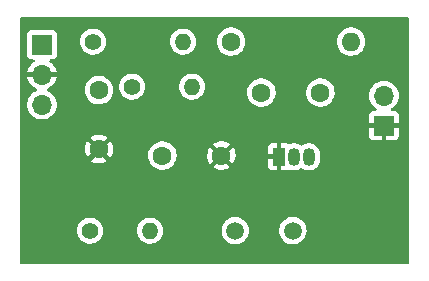
<source format=gbr>
%TF.GenerationSoftware,KiCad,Pcbnew,(6.0.4)*%
%TF.CreationDate,2022-07-15T22:26:08+03:00*%
%TF.ProjectId,Basic-150-MHz-Telemetry-Transmitter-THT,42617369-632d-4313-9530-2d4d487a2d54,rev?*%
%TF.SameCoordinates,Original*%
%TF.FileFunction,Copper,L2,Bot*%
%TF.FilePolarity,Positive*%
%FSLAX46Y46*%
G04 Gerber Fmt 4.6, Leading zero omitted, Abs format (unit mm)*
G04 Created by KiCad (PCBNEW (6.0.4)) date 2022-07-15 22:26:08*
%MOMM*%
%LPD*%
G01*
G04 APERTURE LIST*
%TA.AperFunction,ComponentPad*%
%ADD10C,1.600000*%
%TD*%
%TA.AperFunction,ComponentPad*%
%ADD11C,1.400000*%
%TD*%
%TA.AperFunction,ComponentPad*%
%ADD12O,1.400000X1.400000*%
%TD*%
%TA.AperFunction,ComponentPad*%
%ADD13R,1.700000X1.700000*%
%TD*%
%TA.AperFunction,ComponentPad*%
%ADD14O,1.700000X1.700000*%
%TD*%
%TA.AperFunction,ComponentPad*%
%ADD15C,1.500000*%
%TD*%
%TA.AperFunction,ComponentPad*%
%ADD16O,1.600000X1.600000*%
%TD*%
%TA.AperFunction,ComponentPad*%
%ADD17R,1.050000X1.500000*%
%TD*%
%TA.AperFunction,ComponentPad*%
%ADD18O,1.050000X1.500000*%
%TD*%
G04 APERTURE END LIST*
D10*
%TO.P,CP1,1*%
%TO.N,Net-(CP1-Pad1)*%
X64556000Y-108458000D03*
%TO.P,CP1,2*%
%TO.N,GND*%
X69556000Y-108458000D03*
%TD*%
D11*
%TO.P,RP1,1*%
%TO.N,Net-(C1-Pad2)*%
X61976000Y-102616000D03*
D12*
%TO.P,RP1,2*%
%TO.N,Net-(CP1-Pad1)*%
X67056000Y-102616000D03*
%TD*%
D11*
%TO.P,R1,1*%
%TO.N,data*%
X58420000Y-114808000D03*
D12*
%TO.P,R1,2*%
%TO.N,Net-(Q1-Pad2)*%
X63500000Y-114808000D03*
%TD*%
D10*
%TO.P,C2,1*%
%TO.N,Net-(C2-Pad1)*%
X77938000Y-103124000D03*
%TO.P,C2,2*%
%TO.N,Net-(C2-Pad2)*%
X72938000Y-103124000D03*
%TD*%
D13*
%TO.P,J2,1,Pin_1*%
%TO.N,GND*%
X83312000Y-105923000D03*
D14*
%TO.P,J2,2,Pin_2*%
%TO.N,Net-(C2-Pad1)*%
X83312000Y-103383000D03*
%TD*%
D15*
%TO.P,Y1,1,1*%
%TO.N,Net-(C2-Pad1)*%
X75602000Y-114808000D03*
%TO.P,Y1,2,2*%
%TO.N,Net-(Q1-Pad2)*%
X70722000Y-114808000D03*
%TD*%
D11*
%TO.P,L1,1,1*%
%TO.N,Net-(C1-Pad2)*%
X58674000Y-98806000D03*
D12*
%TO.P,L1,2,2*%
%TO.N,Net-(C2-Pad2)*%
X66294000Y-98806000D03*
%TD*%
D10*
%TO.P,L2,1,1*%
%TO.N,Net-(C2-Pad2)*%
X70358000Y-98806000D03*
D16*
%TO.P,L2,2,2*%
%TO.N,Net-(C2-Pad1)*%
X80518000Y-98806000D03*
%TD*%
D17*
%TO.P,Q1,1,E*%
%TO.N,GND*%
X74422000Y-108564000D03*
D18*
%TO.P,Q1,2,B*%
%TO.N,Net-(Q1-Pad2)*%
X75692000Y-108564000D03*
%TO.P,Q1,3,C*%
%TO.N,Net-(C2-Pad1)*%
X76962000Y-108564000D03*
%TD*%
D10*
%TO.P,C1,1*%
%TO.N,GND*%
X59182000Y-107910000D03*
%TO.P,C1,2*%
%TO.N,Net-(C1-Pad2)*%
X59182000Y-102910000D03*
%TD*%
D13*
%TO.P,J1,1,Pin_1*%
%TO.N,Net-(C1-Pad2)*%
X54356000Y-99060000D03*
D14*
%TO.P,J1,2,Pin_2*%
%TO.N,GND*%
X54356000Y-101600000D03*
%TO.P,J1,3,Pin_3*%
%TO.N,data*%
X54356000Y-104140000D03*
%TD*%
%TA.AperFunction,Conductor*%
%TO.N,GND*%
G36*
X85344539Y-96736185D02*
G01*
X85390294Y-96788989D01*
X85401500Y-96840500D01*
X85401500Y-117535500D01*
X85381815Y-117602539D01*
X85329011Y-117648294D01*
X85277500Y-117659500D01*
X52644500Y-117659500D01*
X52577461Y-117639815D01*
X52531706Y-117587011D01*
X52520500Y-117535500D01*
X52520500Y-114779069D01*
X57315164Y-114779069D01*
X57315535Y-114784731D01*
X57315535Y-114784735D01*
X57321088Y-114869458D01*
X57328392Y-114980894D01*
X57378178Y-115176928D01*
X57380554Y-115182082D01*
X57424753Y-115277955D01*
X57462856Y-115360607D01*
X57579588Y-115525780D01*
X57724466Y-115666913D01*
X57892637Y-115779282D01*
X58078470Y-115859122D01*
X58106069Y-115865367D01*
X58270193Y-115902505D01*
X58270195Y-115902505D01*
X58275740Y-115903760D01*
X58387049Y-115908133D01*
X58472161Y-115911477D01*
X58472163Y-115911477D01*
X58477842Y-115911700D01*
X58483462Y-115910885D01*
X58483465Y-115910885D01*
X58672387Y-115883493D01*
X58672389Y-115883493D01*
X58678007Y-115882678D01*
X58683384Y-115880853D01*
X58683387Y-115880852D01*
X58768090Y-115852099D01*
X58869531Y-115817664D01*
X59046001Y-115718837D01*
X59061512Y-115705937D01*
X59197138Y-115593137D01*
X59201505Y-115589505D01*
X59258364Y-115521140D01*
X59327206Y-115438367D01*
X59327207Y-115438366D01*
X59330837Y-115434001D01*
X59429664Y-115257531D01*
X59494678Y-115066007D01*
X59507840Y-114975228D01*
X59523176Y-114869458D01*
X59523176Y-114869453D01*
X59523700Y-114865842D01*
X59525215Y-114808000D01*
X59522557Y-114779069D01*
X62395164Y-114779069D01*
X62395535Y-114784731D01*
X62395535Y-114784735D01*
X62401088Y-114869458D01*
X62408392Y-114980894D01*
X62458178Y-115176928D01*
X62460554Y-115182082D01*
X62504753Y-115277955D01*
X62542856Y-115360607D01*
X62659588Y-115525780D01*
X62804466Y-115666913D01*
X62972637Y-115779282D01*
X63158470Y-115859122D01*
X63186069Y-115865367D01*
X63350193Y-115902505D01*
X63350195Y-115902505D01*
X63355740Y-115903760D01*
X63467049Y-115908133D01*
X63552161Y-115911477D01*
X63552163Y-115911477D01*
X63557842Y-115911700D01*
X63563462Y-115910885D01*
X63563465Y-115910885D01*
X63752387Y-115883493D01*
X63752389Y-115883493D01*
X63758007Y-115882678D01*
X63763384Y-115880853D01*
X63763387Y-115880852D01*
X63848090Y-115852099D01*
X63949531Y-115817664D01*
X64126001Y-115718837D01*
X64141512Y-115705937D01*
X64277138Y-115593137D01*
X64281505Y-115589505D01*
X64338364Y-115521140D01*
X64407206Y-115438367D01*
X64407207Y-115438366D01*
X64410837Y-115434001D01*
X64509664Y-115257531D01*
X64574678Y-115066007D01*
X64587840Y-114975228D01*
X64603176Y-114869458D01*
X64603176Y-114869453D01*
X64603700Y-114865842D01*
X64605215Y-114808000D01*
X64602436Y-114777754D01*
X69566967Y-114777754D01*
X69567338Y-114783416D01*
X69567338Y-114783420D01*
X69568949Y-114808000D01*
X69580796Y-114988749D01*
X69632845Y-115193690D01*
X69635219Y-115198841D01*
X69635221Y-115198845D01*
X69711933Y-115365245D01*
X69721369Y-115385714D01*
X69724647Y-115390352D01*
X69820358Y-115525780D01*
X69843405Y-115558391D01*
X69847476Y-115562357D01*
X69847477Y-115562358D01*
X69875344Y-115589505D01*
X69994865Y-115705937D01*
X69999588Y-115709093D01*
X69999592Y-115709096D01*
X70070663Y-115756584D01*
X70170677Y-115823411D01*
X70364953Y-115906878D01*
X70428283Y-115921208D01*
X70565638Y-115952289D01*
X70565642Y-115952290D01*
X70571186Y-115953544D01*
X70697651Y-115958513D01*
X70776789Y-115961623D01*
X70776791Y-115961623D01*
X70782470Y-115961846D01*
X70788090Y-115961031D01*
X70788092Y-115961031D01*
X70986103Y-115932320D01*
X70986104Y-115932320D01*
X70991730Y-115931504D01*
X71072805Y-115903983D01*
X71186565Y-115865367D01*
X71186568Y-115865366D01*
X71191955Y-115863537D01*
X71196916Y-115860759D01*
X71196922Y-115860756D01*
X71338392Y-115781528D01*
X71376442Y-115760219D01*
X71422864Y-115721611D01*
X71534645Y-115628644D01*
X71539012Y-115625012D01*
X71572175Y-115585138D01*
X71670584Y-115466813D01*
X71670585Y-115466811D01*
X71674219Y-115462442D01*
X71734138Y-115355449D01*
X71774756Y-115282922D01*
X71774759Y-115282916D01*
X71777537Y-115277955D01*
X71782787Y-115262491D01*
X71843675Y-115083118D01*
X71845504Y-115077730D01*
X71875846Y-114868470D01*
X71877429Y-114808000D01*
X71874650Y-114777754D01*
X74446967Y-114777754D01*
X74447338Y-114783416D01*
X74447338Y-114783420D01*
X74448949Y-114808000D01*
X74460796Y-114988749D01*
X74512845Y-115193690D01*
X74515219Y-115198841D01*
X74515221Y-115198845D01*
X74591933Y-115365245D01*
X74601369Y-115385714D01*
X74604647Y-115390352D01*
X74700358Y-115525780D01*
X74723405Y-115558391D01*
X74727476Y-115562357D01*
X74727477Y-115562358D01*
X74755344Y-115589505D01*
X74874865Y-115705937D01*
X74879588Y-115709093D01*
X74879592Y-115709096D01*
X74950663Y-115756584D01*
X75050677Y-115823411D01*
X75244953Y-115906878D01*
X75308283Y-115921208D01*
X75445638Y-115952289D01*
X75445642Y-115952290D01*
X75451186Y-115953544D01*
X75577651Y-115958513D01*
X75656789Y-115961623D01*
X75656791Y-115961623D01*
X75662470Y-115961846D01*
X75668090Y-115961031D01*
X75668092Y-115961031D01*
X75866103Y-115932320D01*
X75866104Y-115932320D01*
X75871730Y-115931504D01*
X75952805Y-115903983D01*
X76066565Y-115865367D01*
X76066568Y-115865366D01*
X76071955Y-115863537D01*
X76076916Y-115860759D01*
X76076922Y-115860756D01*
X76218392Y-115781528D01*
X76256442Y-115760219D01*
X76302864Y-115721611D01*
X76414645Y-115628644D01*
X76419012Y-115625012D01*
X76452175Y-115585138D01*
X76550584Y-115466813D01*
X76550585Y-115466811D01*
X76554219Y-115462442D01*
X76614138Y-115355449D01*
X76654756Y-115282922D01*
X76654759Y-115282916D01*
X76657537Y-115277955D01*
X76662787Y-115262491D01*
X76723675Y-115083118D01*
X76725504Y-115077730D01*
X76755846Y-114868470D01*
X76757429Y-114808000D01*
X76738081Y-114597440D01*
X76680686Y-114393931D01*
X76587165Y-114204290D01*
X76460651Y-114034867D01*
X76456481Y-114031012D01*
X76456478Y-114031009D01*
X76326600Y-113910952D01*
X76305381Y-113891337D01*
X76272090Y-113870332D01*
X76131363Y-113781539D01*
X76131361Y-113781538D01*
X76126554Y-113778505D01*
X75930160Y-113700152D01*
X75924579Y-113699042D01*
X75924576Y-113699041D01*
X75826467Y-113679526D01*
X75722775Y-113658901D01*
X75717088Y-113658827D01*
X75717083Y-113658826D01*
X75517034Y-113656207D01*
X75517029Y-113656207D01*
X75511346Y-113656133D01*
X75505742Y-113657096D01*
X75505741Y-113657096D01*
X75308550Y-113690979D01*
X75308547Y-113690980D01*
X75302953Y-113691941D01*
X75104575Y-113765127D01*
X75099697Y-113768029D01*
X75099695Y-113768030D01*
X74927740Y-113870332D01*
X74927737Y-113870334D01*
X74922856Y-113873238D01*
X74763881Y-114012655D01*
X74760362Y-114017119D01*
X74760359Y-114017122D01*
X74701731Y-114091492D01*
X74632976Y-114178708D01*
X74534523Y-114365836D01*
X74532837Y-114371267D01*
X74532835Y-114371271D01*
X74518511Y-114417403D01*
X74471820Y-114567773D01*
X74471152Y-114573418D01*
X74471151Y-114573422D01*
X74466555Y-114612254D01*
X74446967Y-114777754D01*
X71874650Y-114777754D01*
X71858081Y-114597440D01*
X71800686Y-114393931D01*
X71707165Y-114204290D01*
X71580651Y-114034867D01*
X71576481Y-114031012D01*
X71576478Y-114031009D01*
X71446600Y-113910952D01*
X71425381Y-113891337D01*
X71392090Y-113870332D01*
X71251363Y-113781539D01*
X71251361Y-113781538D01*
X71246554Y-113778505D01*
X71050160Y-113700152D01*
X71044579Y-113699042D01*
X71044576Y-113699041D01*
X70946467Y-113679526D01*
X70842775Y-113658901D01*
X70837088Y-113658827D01*
X70837083Y-113658826D01*
X70637034Y-113656207D01*
X70637029Y-113656207D01*
X70631346Y-113656133D01*
X70625742Y-113657096D01*
X70625741Y-113657096D01*
X70428550Y-113690979D01*
X70428547Y-113690980D01*
X70422953Y-113691941D01*
X70224575Y-113765127D01*
X70219697Y-113768029D01*
X70219695Y-113768030D01*
X70047740Y-113870332D01*
X70047737Y-113870334D01*
X70042856Y-113873238D01*
X69883881Y-114012655D01*
X69880362Y-114017119D01*
X69880359Y-114017122D01*
X69821731Y-114091492D01*
X69752976Y-114178708D01*
X69654523Y-114365836D01*
X69652837Y-114371267D01*
X69652835Y-114371271D01*
X69638511Y-114417403D01*
X69591820Y-114567773D01*
X69591152Y-114573418D01*
X69591151Y-114573422D01*
X69586555Y-114612254D01*
X69566967Y-114777754D01*
X64602436Y-114777754D01*
X64586708Y-114606591D01*
X64531807Y-114411926D01*
X64442351Y-114230527D01*
X64321335Y-114068467D01*
X64172812Y-113931174D01*
X64115792Y-113895197D01*
X64006566Y-113826280D01*
X64006564Y-113826279D01*
X64001757Y-113823246D01*
X63813898Y-113748298D01*
X63808317Y-113747188D01*
X63808314Y-113747187D01*
X63740373Y-113733673D01*
X63615526Y-113708839D01*
X63609839Y-113708765D01*
X63609834Y-113708764D01*
X63418975Y-113706266D01*
X63418970Y-113706266D01*
X63413286Y-113706192D01*
X63407682Y-113707155D01*
X63407681Y-113707155D01*
X63219546Y-113739482D01*
X63219543Y-113739483D01*
X63213949Y-113740444D01*
X63192660Y-113748298D01*
X63029521Y-113808483D01*
X63029517Y-113808485D01*
X63024193Y-113810449D01*
X63019310Y-113813354D01*
X63019308Y-113813355D01*
X62888232Y-113891337D01*
X62850371Y-113913862D01*
X62698305Y-114047220D01*
X62573089Y-114206057D01*
X62478914Y-114385053D01*
X62477229Y-114390479D01*
X62477228Y-114390482D01*
X62470570Y-114411926D01*
X62418937Y-114578213D01*
X62395164Y-114779069D01*
X59522557Y-114779069D01*
X59506708Y-114606591D01*
X59451807Y-114411926D01*
X59362351Y-114230527D01*
X59241335Y-114068467D01*
X59092812Y-113931174D01*
X59035792Y-113895197D01*
X58926566Y-113826280D01*
X58926564Y-113826279D01*
X58921757Y-113823246D01*
X58733898Y-113748298D01*
X58728317Y-113747188D01*
X58728314Y-113747187D01*
X58660373Y-113733673D01*
X58535526Y-113708839D01*
X58529839Y-113708765D01*
X58529834Y-113708764D01*
X58338975Y-113706266D01*
X58338970Y-113706266D01*
X58333286Y-113706192D01*
X58327682Y-113707155D01*
X58327681Y-113707155D01*
X58139546Y-113739482D01*
X58139543Y-113739483D01*
X58133949Y-113740444D01*
X58112660Y-113748298D01*
X57949521Y-113808483D01*
X57949517Y-113808485D01*
X57944193Y-113810449D01*
X57939310Y-113813354D01*
X57939308Y-113813355D01*
X57808232Y-113891337D01*
X57770371Y-113913862D01*
X57618305Y-114047220D01*
X57493089Y-114206057D01*
X57398914Y-114385053D01*
X57397229Y-114390479D01*
X57397228Y-114390482D01*
X57390570Y-114411926D01*
X57338937Y-114578213D01*
X57315164Y-114779069D01*
X52520500Y-114779069D01*
X52520500Y-108887062D01*
X58492850Y-108887062D01*
X58502575Y-108899353D01*
X58602226Y-108965939D01*
X58612184Y-108971345D01*
X58804366Y-109053912D01*
X58815138Y-109057412D01*
X59019151Y-109103576D01*
X59030381Y-109105054D01*
X59239391Y-109113266D01*
X59250695Y-109112674D01*
X59457715Y-109082658D01*
X59468715Y-109080017D01*
X59666789Y-109012779D01*
X59677140Y-109008171D01*
X59859634Y-108905968D01*
X59866569Y-108901203D01*
X59874358Y-108889605D01*
X59868284Y-108879127D01*
X59194607Y-108205450D01*
X59180887Y-108197958D01*
X59179081Y-108198087D01*
X59172574Y-108202269D01*
X58498946Y-108875897D01*
X58492850Y-108887062D01*
X52520500Y-108887062D01*
X52520500Y-107884126D01*
X57977644Y-107884126D01*
X57991325Y-108092860D01*
X57993094Y-108104030D01*
X58044587Y-108306783D01*
X58048360Y-108317439D01*
X58135939Y-108507412D01*
X58141595Y-108517208D01*
X58193564Y-108590743D01*
X58203986Y-108598999D01*
X58217074Y-108592083D01*
X58886550Y-107922607D01*
X58892826Y-107911113D01*
X59469958Y-107911113D01*
X59470087Y-107912919D01*
X59474269Y-107919426D01*
X60149983Y-108595140D01*
X60163078Y-108602290D01*
X60172481Y-108595620D01*
X60177968Y-108587634D01*
X60268242Y-108426440D01*
X63350770Y-108426440D01*
X63351141Y-108432102D01*
X63351141Y-108432106D01*
X63356974Y-108521098D01*
X63365200Y-108646604D01*
X63419511Y-108860452D01*
X63421887Y-108865606D01*
X63468142Y-108965939D01*
X63511883Y-109060821D01*
X63515161Y-109065459D01*
X63582916Y-109161330D01*
X63639222Y-109241002D01*
X63643293Y-109244968D01*
X63643294Y-109244969D01*
X63793190Y-109390993D01*
X63793195Y-109390997D01*
X63797264Y-109394961D01*
X63801987Y-109398117D01*
X63801991Y-109398120D01*
X63885574Y-109453968D01*
X63980717Y-109517540D01*
X64183436Y-109604635D01*
X64286769Y-109628017D01*
X64393085Y-109652074D01*
X64393087Y-109652074D01*
X64398632Y-109653329D01*
X64536457Y-109658744D01*
X64613418Y-109661768D01*
X64613420Y-109661768D01*
X64619098Y-109661991D01*
X64624718Y-109661176D01*
X64624721Y-109661176D01*
X64831826Y-109631147D01*
X64831829Y-109631146D01*
X64837452Y-109630331D01*
X64953020Y-109591101D01*
X65040989Y-109561240D01*
X65040992Y-109561239D01*
X65046379Y-109559410D01*
X65187160Y-109480569D01*
X65233931Y-109454376D01*
X65233932Y-109454375D01*
X65238884Y-109451602D01*
X65243408Y-109447840D01*
X65258772Y-109435062D01*
X68866850Y-109435062D01*
X68876575Y-109447353D01*
X68976226Y-109513939D01*
X68986184Y-109519345D01*
X69178366Y-109601912D01*
X69189138Y-109605412D01*
X69393151Y-109651576D01*
X69404381Y-109653054D01*
X69613391Y-109661266D01*
X69624695Y-109660674D01*
X69831715Y-109630658D01*
X69842715Y-109628017D01*
X70040789Y-109560779D01*
X70051140Y-109556171D01*
X70233634Y-109453968D01*
X70240569Y-109449203D01*
X70248358Y-109437605D01*
X70242284Y-109427127D01*
X70155766Y-109340609D01*
X73497001Y-109340609D01*
X73497763Y-109350289D01*
X73510309Y-109429513D01*
X73516264Y-109447840D01*
X73564929Y-109543350D01*
X73576261Y-109558947D01*
X73652053Y-109634739D01*
X73667650Y-109646071D01*
X73763155Y-109694734D01*
X73781495Y-109700692D01*
X73860697Y-109713236D01*
X73870399Y-109714000D01*
X74204170Y-109714000D01*
X74219169Y-109709596D01*
X74220356Y-109708226D01*
X74222000Y-109700668D01*
X74222000Y-109696169D01*
X74622000Y-109696169D01*
X74626404Y-109711168D01*
X74627774Y-109712355D01*
X74635332Y-109713999D01*
X74973609Y-109713999D01*
X74983289Y-109713237D01*
X75062513Y-109700691D01*
X75080840Y-109694736D01*
X75176349Y-109646072D01*
X75181213Y-109642538D01*
X75247020Y-109619058D01*
X75304533Y-109629576D01*
X75398486Y-109671406D01*
X75398494Y-109671409D01*
X75404429Y-109674051D01*
X75410791Y-109675403D01*
X75410790Y-109675403D01*
X75588363Y-109713148D01*
X75588368Y-109713148D01*
X75594726Y-109714500D01*
X75789274Y-109714500D01*
X75795632Y-109713148D01*
X75795637Y-109713148D01*
X75973210Y-109675403D01*
X75973209Y-109675403D01*
X75979571Y-109674051D01*
X76006659Y-109661991D01*
X76151363Y-109597565D01*
X76151364Y-109597564D01*
X76157299Y-109594922D01*
X76254115Y-109524581D01*
X76319921Y-109501101D01*
X76387975Y-109516926D01*
X76399885Y-109524581D01*
X76496701Y-109594922D01*
X76502636Y-109597564D01*
X76502637Y-109597565D01*
X76647342Y-109661991D01*
X76674429Y-109674051D01*
X76680791Y-109675403D01*
X76680790Y-109675403D01*
X76858363Y-109713148D01*
X76858368Y-109713148D01*
X76864726Y-109714500D01*
X77059274Y-109714500D01*
X77065632Y-109713148D01*
X77065637Y-109713148D01*
X77243210Y-109675403D01*
X77243209Y-109675403D01*
X77249571Y-109674051D01*
X77276659Y-109661991D01*
X77421363Y-109597565D01*
X77421364Y-109597564D01*
X77427299Y-109594922D01*
X77584692Y-109480569D01*
X77630663Y-109429513D01*
X77710523Y-109340820D01*
X77710524Y-109340819D01*
X77714870Y-109335992D01*
X77812144Y-109167508D01*
X77872262Y-108982482D01*
X77887500Y-108837504D01*
X77887500Y-108290496D01*
X77872262Y-108145518D01*
X77812144Y-107960492D01*
X77714870Y-107792008D01*
X77600582Y-107665078D01*
X77589041Y-107652261D01*
X77584692Y-107647431D01*
X77558072Y-107628090D01*
X77432558Y-107536899D01*
X77432559Y-107536899D01*
X77427299Y-107533078D01*
X77349554Y-107498464D01*
X77255510Y-107456593D01*
X77255508Y-107456592D01*
X77249571Y-107453949D01*
X77201749Y-107443784D01*
X77065637Y-107414852D01*
X77065632Y-107414852D01*
X77059274Y-107413500D01*
X76864726Y-107413500D01*
X76858368Y-107414852D01*
X76858363Y-107414852D01*
X76722251Y-107443784D01*
X76674429Y-107453949D01*
X76668492Y-107456592D01*
X76668490Y-107456593D01*
X76574446Y-107498464D01*
X76496701Y-107533078D01*
X76491441Y-107536899D01*
X76491442Y-107536899D01*
X76399885Y-107603419D01*
X76334079Y-107626899D01*
X76266025Y-107611074D01*
X76254115Y-107603419D01*
X76162558Y-107536899D01*
X76162559Y-107536899D01*
X76157299Y-107533078D01*
X76079554Y-107498464D01*
X75985510Y-107456593D01*
X75985508Y-107456592D01*
X75979571Y-107453949D01*
X75931749Y-107443784D01*
X75795637Y-107414852D01*
X75795632Y-107414852D01*
X75789274Y-107413500D01*
X75594726Y-107413500D01*
X75588368Y-107414852D01*
X75588363Y-107414852D01*
X75452251Y-107443784D01*
X75404429Y-107453949D01*
X75398494Y-107456591D01*
X75398486Y-107456594D01*
X75304533Y-107498424D01*
X75235283Y-107507708D01*
X75181213Y-107485462D01*
X75176349Y-107481928D01*
X75080845Y-107433266D01*
X75062505Y-107427308D01*
X74983303Y-107414764D01*
X74973601Y-107414000D01*
X74639830Y-107414000D01*
X74624831Y-107418404D01*
X74623644Y-107419774D01*
X74622000Y-107427332D01*
X74622000Y-109696169D01*
X74222000Y-109696169D01*
X74222000Y-108781830D01*
X74217596Y-108766831D01*
X74216226Y-108765644D01*
X74208668Y-108764000D01*
X73514831Y-108764000D01*
X73499832Y-108768404D01*
X73498645Y-108769774D01*
X73497001Y-108777332D01*
X73497001Y-109340609D01*
X70155766Y-109340609D01*
X69568607Y-108753450D01*
X69554887Y-108745958D01*
X69553081Y-108746087D01*
X69546574Y-108750269D01*
X68872946Y-109423897D01*
X68866850Y-109435062D01*
X65258772Y-109435062D01*
X65404151Y-109314150D01*
X65408518Y-109310518D01*
X65466334Y-109241002D01*
X65545971Y-109145250D01*
X65545972Y-109145249D01*
X65549602Y-109140884D01*
X65565401Y-109112674D01*
X65654631Y-108953341D01*
X65657410Y-108948379D01*
X65689182Y-108854783D01*
X65696147Y-108834262D01*
X65728331Y-108739452D01*
X65759991Y-108521098D01*
X65761643Y-108458000D01*
X65759265Y-108432126D01*
X68351644Y-108432126D01*
X68365325Y-108640860D01*
X68367094Y-108652030D01*
X68418587Y-108854783D01*
X68422360Y-108865439D01*
X68509939Y-109055412D01*
X68515595Y-109065208D01*
X68567564Y-109138743D01*
X68577986Y-109146999D01*
X68591074Y-109140083D01*
X69260550Y-108470607D01*
X69266826Y-108459113D01*
X69843958Y-108459113D01*
X69844087Y-108460919D01*
X69848269Y-108467426D01*
X70523983Y-109143140D01*
X70537078Y-109150290D01*
X70546481Y-109143620D01*
X70551968Y-109135634D01*
X70654171Y-108953140D01*
X70658779Y-108942789D01*
X70726017Y-108744715D01*
X70728658Y-108733715D01*
X70758965Y-108524688D01*
X70759585Y-108517414D01*
X70761045Y-108461661D01*
X70760806Y-108454359D01*
X70750865Y-108346170D01*
X73497000Y-108346170D01*
X73501404Y-108361169D01*
X73502774Y-108362356D01*
X73510332Y-108364000D01*
X74204170Y-108364000D01*
X74219169Y-108359596D01*
X74220356Y-108358226D01*
X74222000Y-108350668D01*
X74222000Y-107431831D01*
X74217596Y-107416832D01*
X74216226Y-107415645D01*
X74208668Y-107414001D01*
X73870391Y-107414001D01*
X73860711Y-107414763D01*
X73781487Y-107427309D01*
X73763160Y-107433264D01*
X73667650Y-107481929D01*
X73652053Y-107493261D01*
X73576261Y-107569053D01*
X73564929Y-107584650D01*
X73516266Y-107680155D01*
X73510308Y-107698495D01*
X73497764Y-107777697D01*
X73497000Y-107787399D01*
X73497000Y-108346170D01*
X70750865Y-108346170D01*
X70741481Y-108244040D01*
X70739417Y-108232907D01*
X70682639Y-108031588D01*
X70678582Y-108021017D01*
X70586067Y-107833416D01*
X70580150Y-107823760D01*
X70545046Y-107776751D01*
X70533965Y-107768435D01*
X70521744Y-107775099D01*
X69851450Y-108445393D01*
X69843958Y-108459113D01*
X69266826Y-108459113D01*
X69268042Y-108456887D01*
X69267913Y-108455081D01*
X69263731Y-108448574D01*
X68589412Y-107774255D01*
X68576777Y-107767356D01*
X68566258Y-107775027D01*
X68548804Y-107797168D01*
X68542637Y-107806664D01*
X68445241Y-107991784D01*
X68440908Y-108002245D01*
X68378880Y-108202007D01*
X68376526Y-108213078D01*
X68351940Y-108420807D01*
X68351644Y-108432126D01*
X65759265Y-108432126D01*
X65741454Y-108238289D01*
X65681565Y-108025936D01*
X65583980Y-107828053D01*
X65451967Y-107651267D01*
X65289949Y-107501499D01*
X65285139Y-107498464D01*
X65252739Y-107478021D01*
X68863687Y-107478021D01*
X68867117Y-107486274D01*
X69543393Y-108162550D01*
X69557113Y-108170042D01*
X69558919Y-108169913D01*
X69565426Y-108165731D01*
X70240013Y-107491144D01*
X70246664Y-107478963D01*
X70240729Y-107471034D01*
X70107932Y-107387246D01*
X70097841Y-107382105D01*
X69903567Y-107304597D01*
X69892695Y-107301376D01*
X69687556Y-107260572D01*
X69676280Y-107259386D01*
X69467135Y-107256648D01*
X69455841Y-107257537D01*
X69249690Y-107292960D01*
X69238754Y-107295891D01*
X69042505Y-107368290D01*
X69032287Y-107373164D01*
X68873133Y-107467851D01*
X68863687Y-107478021D01*
X65252739Y-107478021D01*
X65108159Y-107386798D01*
X65108157Y-107386797D01*
X65103350Y-107383764D01*
X64898421Y-107302006D01*
X64892840Y-107300896D01*
X64892837Y-107300895D01*
X64766473Y-107275760D01*
X64682024Y-107258962D01*
X64676337Y-107258888D01*
X64676332Y-107258887D01*
X64467095Y-107256148D01*
X64467090Y-107256148D01*
X64461406Y-107256074D01*
X64455802Y-107257037D01*
X64455801Y-107257037D01*
X64249560Y-107292475D01*
X64249557Y-107292476D01*
X64243957Y-107293438D01*
X64036957Y-107369804D01*
X64008393Y-107386798D01*
X63891077Y-107456594D01*
X63847341Y-107482614D01*
X63681457Y-107628090D01*
X63544863Y-107801360D01*
X63542216Y-107806391D01*
X63486169Y-107912919D01*
X63442131Y-107996620D01*
X63440443Y-108002055D01*
X63440443Y-108002056D01*
X63433028Y-108025936D01*
X63376703Y-108207333D01*
X63376035Y-108212978D01*
X63376034Y-108212982D01*
X63358495Y-108361169D01*
X63350770Y-108426440D01*
X60268242Y-108426440D01*
X60280171Y-108405140D01*
X60284779Y-108394789D01*
X60352017Y-108196715D01*
X60354658Y-108185715D01*
X60384965Y-107976688D01*
X60385585Y-107969414D01*
X60387045Y-107913661D01*
X60386806Y-107906359D01*
X60367481Y-107696040D01*
X60365417Y-107684907D01*
X60308639Y-107483588D01*
X60304582Y-107473017D01*
X60212067Y-107285416D01*
X60206150Y-107275760D01*
X60171046Y-107228751D01*
X60159965Y-107220435D01*
X60147744Y-107227099D01*
X59477450Y-107897393D01*
X59469958Y-107911113D01*
X58892826Y-107911113D01*
X58894042Y-107908887D01*
X58893913Y-107907081D01*
X58889731Y-107900574D01*
X58215412Y-107226255D01*
X58202777Y-107219356D01*
X58192258Y-107227027D01*
X58174804Y-107249168D01*
X58168637Y-107258664D01*
X58071241Y-107443784D01*
X58066908Y-107454245D01*
X58004880Y-107654007D01*
X58002526Y-107665078D01*
X57977940Y-107872807D01*
X57977644Y-107884126D01*
X52520500Y-107884126D01*
X52520500Y-106930021D01*
X58489687Y-106930021D01*
X58493117Y-106938274D01*
X59169393Y-107614550D01*
X59183113Y-107622042D01*
X59184919Y-107621913D01*
X59191426Y-107617731D01*
X59866013Y-106943144D01*
X59872664Y-106930963D01*
X59866729Y-106923034D01*
X59733932Y-106839246D01*
X59723841Y-106834105D01*
X59637377Y-106799609D01*
X82062001Y-106799609D01*
X82062763Y-106809289D01*
X82075309Y-106888513D01*
X82081264Y-106906840D01*
X82129929Y-107002350D01*
X82141261Y-107017947D01*
X82217053Y-107093739D01*
X82232650Y-107105071D01*
X82328155Y-107153734D01*
X82346495Y-107159692D01*
X82425697Y-107172236D01*
X82435399Y-107173000D01*
X83094170Y-107173000D01*
X83109169Y-107168596D01*
X83110356Y-107167226D01*
X83112000Y-107159668D01*
X83112000Y-107155169D01*
X83512000Y-107155169D01*
X83516404Y-107170168D01*
X83517774Y-107171355D01*
X83525332Y-107172999D01*
X84188609Y-107172999D01*
X84198289Y-107172237D01*
X84277513Y-107159691D01*
X84295840Y-107153736D01*
X84391350Y-107105071D01*
X84406947Y-107093739D01*
X84482739Y-107017947D01*
X84494071Y-107002350D01*
X84542734Y-106906845D01*
X84548692Y-106888505D01*
X84561236Y-106809303D01*
X84562000Y-106799601D01*
X84562000Y-106140830D01*
X84557596Y-106125831D01*
X84556226Y-106124644D01*
X84548668Y-106123000D01*
X83529830Y-106123000D01*
X83514831Y-106127404D01*
X83513644Y-106128774D01*
X83512000Y-106136332D01*
X83512000Y-107155169D01*
X83112000Y-107155169D01*
X83112000Y-106140830D01*
X83107596Y-106125831D01*
X83106226Y-106124644D01*
X83098668Y-106123000D01*
X82079831Y-106123000D01*
X82064832Y-106127404D01*
X82063645Y-106128774D01*
X82062001Y-106136332D01*
X82062001Y-106799609D01*
X59637377Y-106799609D01*
X59529567Y-106756597D01*
X59518695Y-106753376D01*
X59313556Y-106712572D01*
X59302280Y-106711386D01*
X59093135Y-106708648D01*
X59081841Y-106709537D01*
X58875690Y-106744960D01*
X58864754Y-106747891D01*
X58668505Y-106820290D01*
X58658287Y-106825164D01*
X58499133Y-106919851D01*
X58489687Y-106930021D01*
X52520500Y-106930021D01*
X52520500Y-104140000D01*
X53100723Y-104140000D01*
X53119793Y-104357977D01*
X53121195Y-104363209D01*
X53158385Y-104502003D01*
X53176425Y-104569330D01*
X53268898Y-104767638D01*
X53272005Y-104772075D01*
X53272006Y-104772077D01*
X53391296Y-104942442D01*
X53391300Y-104942446D01*
X53394402Y-104946877D01*
X53549123Y-105101598D01*
X53728361Y-105227102D01*
X53926670Y-105319575D01*
X53931893Y-105320974D01*
X53931897Y-105320976D01*
X54098901Y-105365724D01*
X54138023Y-105376207D01*
X54356000Y-105395277D01*
X54573977Y-105376207D01*
X54613099Y-105365724D01*
X54780103Y-105320976D01*
X54780107Y-105320974D01*
X54785330Y-105319575D01*
X54983639Y-105227102D01*
X55162877Y-105101598D01*
X55317598Y-104946877D01*
X55320700Y-104942446D01*
X55320704Y-104942442D01*
X55439994Y-104772077D01*
X55439995Y-104772075D01*
X55443102Y-104767638D01*
X55535575Y-104569330D01*
X55553616Y-104502003D01*
X55590805Y-104363209D01*
X55592207Y-104357977D01*
X55611277Y-104140000D01*
X55592207Y-103922023D01*
X55571031Y-103842993D01*
X55536976Y-103715897D01*
X55536974Y-103715893D01*
X55535575Y-103710670D01*
X55443102Y-103512362D01*
X55414102Y-103470945D01*
X55320704Y-103337558D01*
X55320700Y-103337554D01*
X55317598Y-103333123D01*
X55162877Y-103178402D01*
X54983639Y-103052898D01*
X54831825Y-102982106D01*
X54779386Y-102935934D01*
X54762999Y-102878440D01*
X57976770Y-102878440D01*
X57977141Y-102884102D01*
X57977141Y-102884106D01*
X57982974Y-102973098D01*
X57991200Y-103098604D01*
X58045511Y-103312452D01*
X58047887Y-103317606D01*
X58055041Y-103333123D01*
X58137883Y-103512821D01*
X58147789Y-103526837D01*
X58247819Y-103668377D01*
X58265222Y-103693002D01*
X58269293Y-103696968D01*
X58269294Y-103696969D01*
X58419190Y-103842993D01*
X58419195Y-103842997D01*
X58423264Y-103846961D01*
X58427987Y-103850117D01*
X58427991Y-103850120D01*
X58512185Y-103906376D01*
X58606717Y-103969540D01*
X58809436Y-104056635D01*
X58842515Y-104064120D01*
X59019085Y-104104074D01*
X59019087Y-104104074D01*
X59024632Y-104105329D01*
X59162457Y-104110744D01*
X59239418Y-104113768D01*
X59239420Y-104113768D01*
X59245098Y-104113991D01*
X59250718Y-104113176D01*
X59250721Y-104113176D01*
X59457826Y-104083147D01*
X59457829Y-104083146D01*
X59463452Y-104082331D01*
X59570477Y-104046001D01*
X59666989Y-104013240D01*
X59666992Y-104013239D01*
X59672379Y-104011410D01*
X59757576Y-103963698D01*
X59859931Y-103906376D01*
X59859932Y-103906375D01*
X59864884Y-103903602D01*
X60034518Y-103762518D01*
X60095786Y-103688852D01*
X60171971Y-103597250D01*
X60171972Y-103597249D01*
X60175602Y-103592884D01*
X60220697Y-103512362D01*
X60280631Y-103405341D01*
X60283410Y-103400379D01*
X60289310Y-103383000D01*
X60352502Y-103196839D01*
X60354331Y-103191452D01*
X60356674Y-103175297D01*
X60374752Y-103050612D01*
X60385991Y-102973098D01*
X60387643Y-102910000D01*
X60367454Y-102690289D01*
X60338343Y-102587069D01*
X60871164Y-102587069D01*
X60871535Y-102592731D01*
X60871535Y-102592735D01*
X60876851Y-102673842D01*
X60884392Y-102788894D01*
X60934178Y-102984928D01*
X61018856Y-103168607D01*
X61135588Y-103333780D01*
X61280466Y-103474913D01*
X61448637Y-103587282D01*
X61634470Y-103667122D01*
X61728341Y-103688363D01*
X61826193Y-103710505D01*
X61826195Y-103710505D01*
X61831740Y-103711760D01*
X61937042Y-103715897D01*
X62028161Y-103719477D01*
X62028163Y-103719477D01*
X62033842Y-103719700D01*
X62039462Y-103718885D01*
X62039465Y-103718885D01*
X62228387Y-103691493D01*
X62228389Y-103691493D01*
X62234007Y-103690678D01*
X62239384Y-103688853D01*
X62239387Y-103688852D01*
X62324090Y-103660099D01*
X62425531Y-103625664D01*
X62526897Y-103568897D01*
X62597048Y-103529611D01*
X62597050Y-103529610D01*
X62602001Y-103526837D01*
X62613501Y-103517273D01*
X62753138Y-103401137D01*
X62757505Y-103397505D01*
X62886837Y-103242001D01*
X62920310Y-103182231D01*
X62982886Y-103070491D01*
X62985664Y-103065531D01*
X63029095Y-102937589D01*
X63048852Y-102879387D01*
X63048853Y-102879384D01*
X63050678Y-102874007D01*
X63051493Y-102868387D01*
X63079176Y-102677458D01*
X63079176Y-102677453D01*
X63079700Y-102673842D01*
X63081215Y-102616000D01*
X63078557Y-102587069D01*
X65951164Y-102587069D01*
X65951535Y-102592731D01*
X65951535Y-102592735D01*
X65956851Y-102673842D01*
X65964392Y-102788894D01*
X66014178Y-102984928D01*
X66098856Y-103168607D01*
X66215588Y-103333780D01*
X66360466Y-103474913D01*
X66528637Y-103587282D01*
X66714470Y-103667122D01*
X66808341Y-103688363D01*
X66906193Y-103710505D01*
X66906195Y-103710505D01*
X66911740Y-103711760D01*
X67017042Y-103715897D01*
X67108161Y-103719477D01*
X67108163Y-103719477D01*
X67113842Y-103719700D01*
X67119462Y-103718885D01*
X67119465Y-103718885D01*
X67308387Y-103691493D01*
X67308389Y-103691493D01*
X67314007Y-103690678D01*
X67319384Y-103688853D01*
X67319387Y-103688852D01*
X67404090Y-103660099D01*
X67505531Y-103625664D01*
X67606897Y-103568897D01*
X67677048Y-103529611D01*
X67677050Y-103529610D01*
X67682001Y-103526837D01*
X67693501Y-103517273D01*
X67833138Y-103401137D01*
X67837505Y-103397505D01*
X67966837Y-103242001D01*
X68000310Y-103182231D01*
X68050594Y-103092440D01*
X71732770Y-103092440D01*
X71733141Y-103098102D01*
X71733141Y-103098106D01*
X71738891Y-103185826D01*
X71747200Y-103312604D01*
X71801511Y-103526452D01*
X71803887Y-103531606D01*
X71887043Y-103711983D01*
X71893883Y-103726821D01*
X71897161Y-103731459D01*
X71954315Y-103812330D01*
X72021222Y-103907002D01*
X72025293Y-103910968D01*
X72025294Y-103910969D01*
X72175190Y-104056993D01*
X72175195Y-104056997D01*
X72179264Y-104060961D01*
X72183987Y-104064117D01*
X72183991Y-104064120D01*
X72268185Y-104120376D01*
X72362717Y-104183540D01*
X72565436Y-104270635D01*
X72670913Y-104294502D01*
X72775085Y-104318074D01*
X72775087Y-104318074D01*
X72780632Y-104319329D01*
X72918457Y-104324744D01*
X72995418Y-104327768D01*
X72995420Y-104327768D01*
X73001098Y-104327991D01*
X73006718Y-104327176D01*
X73006721Y-104327176D01*
X73213826Y-104297147D01*
X73213829Y-104297146D01*
X73219452Y-104296331D01*
X73326477Y-104260001D01*
X73422989Y-104227240D01*
X73422992Y-104227239D01*
X73428379Y-104225410D01*
X73620884Y-104117602D01*
X73635373Y-104105552D01*
X73786151Y-103980150D01*
X73790518Y-103976518D01*
X73851162Y-103903602D01*
X73927971Y-103811250D01*
X73927972Y-103811249D01*
X73931602Y-103806884D01*
X74039410Y-103614379D01*
X74042184Y-103606209D01*
X74075635Y-103507663D01*
X74110331Y-103405452D01*
X74111484Y-103397505D01*
X74134030Y-103242001D01*
X74141991Y-103187098D01*
X74143643Y-103124000D01*
X74140743Y-103092440D01*
X76732770Y-103092440D01*
X76733141Y-103098102D01*
X76733141Y-103098106D01*
X76738891Y-103185826D01*
X76747200Y-103312604D01*
X76801511Y-103526452D01*
X76803887Y-103531606D01*
X76887043Y-103711983D01*
X76893883Y-103726821D01*
X76897161Y-103731459D01*
X76954315Y-103812330D01*
X77021222Y-103907002D01*
X77025293Y-103910968D01*
X77025294Y-103910969D01*
X77175190Y-104056993D01*
X77175195Y-104056997D01*
X77179264Y-104060961D01*
X77183987Y-104064117D01*
X77183991Y-104064120D01*
X77268185Y-104120376D01*
X77362717Y-104183540D01*
X77565436Y-104270635D01*
X77670913Y-104294502D01*
X77775085Y-104318074D01*
X77775087Y-104318074D01*
X77780632Y-104319329D01*
X77918457Y-104324744D01*
X77995418Y-104327768D01*
X77995420Y-104327768D01*
X78001098Y-104327991D01*
X78006718Y-104327176D01*
X78006721Y-104327176D01*
X78213826Y-104297147D01*
X78213829Y-104297146D01*
X78219452Y-104296331D01*
X78326477Y-104260001D01*
X78422989Y-104227240D01*
X78422992Y-104227239D01*
X78428379Y-104225410D01*
X78620884Y-104117602D01*
X78635373Y-104105552D01*
X78786151Y-103980150D01*
X78790518Y-103976518D01*
X78851162Y-103903602D01*
X78927971Y-103811250D01*
X78927972Y-103811249D01*
X78931602Y-103806884D01*
X79039410Y-103614379D01*
X79042184Y-103606209D01*
X79075635Y-103507663D01*
X79110331Y-103405452D01*
X79111484Y-103397505D01*
X79113587Y-103383000D01*
X82056723Y-103383000D01*
X82075793Y-103600977D01*
X82077195Y-103606209D01*
X82130966Y-103806884D01*
X82132425Y-103812330D01*
X82224898Y-104010638D01*
X82228005Y-104015075D01*
X82228006Y-104015077D01*
X82347296Y-104185442D01*
X82347300Y-104185446D01*
X82350402Y-104189877D01*
X82505123Y-104344598D01*
X82598277Y-104409825D01*
X82651976Y-104447426D01*
X82695600Y-104502003D01*
X82702793Y-104571502D01*
X82671271Y-104633856D01*
X82611041Y-104669270D01*
X82580852Y-104673001D01*
X82435391Y-104673001D01*
X82425711Y-104673763D01*
X82346487Y-104686309D01*
X82328160Y-104692264D01*
X82232650Y-104740929D01*
X82217053Y-104752261D01*
X82141261Y-104828053D01*
X82129929Y-104843650D01*
X82081266Y-104939155D01*
X82075308Y-104957495D01*
X82062764Y-105036697D01*
X82062000Y-105046399D01*
X82062000Y-105705170D01*
X82066404Y-105720169D01*
X82067774Y-105721356D01*
X82075332Y-105723000D01*
X84544169Y-105723000D01*
X84559168Y-105718596D01*
X84560355Y-105717226D01*
X84561999Y-105709668D01*
X84561999Y-105046391D01*
X84561237Y-105036711D01*
X84548691Y-104957487D01*
X84542736Y-104939160D01*
X84494071Y-104843650D01*
X84482739Y-104828053D01*
X84406947Y-104752261D01*
X84391350Y-104740929D01*
X84295845Y-104692266D01*
X84277505Y-104686308D01*
X84198303Y-104673764D01*
X84188601Y-104673000D01*
X84043149Y-104673000D01*
X83976110Y-104653315D01*
X83930355Y-104600511D01*
X83920411Y-104531353D01*
X83949436Y-104467797D01*
X83972025Y-104447425D01*
X84118877Y-104344598D01*
X84273598Y-104189877D01*
X84276700Y-104185446D01*
X84276704Y-104185442D01*
X84395994Y-104015077D01*
X84395995Y-104015075D01*
X84399102Y-104010638D01*
X84491575Y-103812330D01*
X84493035Y-103806884D01*
X84546805Y-103606209D01*
X84548207Y-103600977D01*
X84567277Y-103383000D01*
X84548207Y-103165023D01*
X84499951Y-102984928D01*
X84492976Y-102958897D01*
X84492974Y-102958893D01*
X84491575Y-102953670D01*
X84399102Y-102755362D01*
X84395994Y-102750923D01*
X84276704Y-102580558D01*
X84276700Y-102580554D01*
X84273598Y-102576123D01*
X84118877Y-102421402D01*
X83939639Y-102295898D01*
X83741330Y-102203425D01*
X83736107Y-102202026D01*
X83736103Y-102202024D01*
X83535209Y-102148195D01*
X83535210Y-102148195D01*
X83529977Y-102146793D01*
X83312000Y-102127723D01*
X83094023Y-102146793D01*
X83088790Y-102148195D01*
X83088791Y-102148195D01*
X82887897Y-102202024D01*
X82887893Y-102202026D01*
X82882670Y-102203425D01*
X82684362Y-102295898D01*
X82679925Y-102299005D01*
X82679923Y-102299006D01*
X82509558Y-102418296D01*
X82509557Y-102418297D01*
X82505123Y-102421402D01*
X82350402Y-102576123D01*
X82347300Y-102580554D01*
X82347296Y-102580558D01*
X82228006Y-102750923D01*
X82224898Y-102755362D01*
X82132425Y-102953670D01*
X82131026Y-102958893D01*
X82131024Y-102958897D01*
X82124049Y-102984928D01*
X82075793Y-103165023D01*
X82056723Y-103383000D01*
X79113587Y-103383000D01*
X79134030Y-103242001D01*
X79141991Y-103187098D01*
X79143643Y-103124000D01*
X79123454Y-102904289D01*
X79063565Y-102691936D01*
X78965980Y-102494053D01*
X78833967Y-102317267D01*
X78671949Y-102167499D01*
X78577373Y-102107826D01*
X78490159Y-102052798D01*
X78490157Y-102052797D01*
X78485350Y-102049764D01*
X78280421Y-101968006D01*
X78274840Y-101966896D01*
X78274837Y-101966895D01*
X78131405Y-101938365D01*
X78064024Y-101924962D01*
X78058337Y-101924888D01*
X78058332Y-101924887D01*
X77849095Y-101922148D01*
X77849090Y-101922148D01*
X77843406Y-101922074D01*
X77837802Y-101923037D01*
X77837801Y-101923037D01*
X77631560Y-101958475D01*
X77631557Y-101958476D01*
X77625957Y-101959438D01*
X77418957Y-102035804D01*
X77390393Y-102052798D01*
X77264456Y-102127723D01*
X77229341Y-102148614D01*
X77063457Y-102294090D01*
X76926863Y-102467360D01*
X76924216Y-102472391D01*
X76860900Y-102592735D01*
X76824131Y-102662620D01*
X76822443Y-102668055D01*
X76822443Y-102668056D01*
X76815028Y-102691936D01*
X76758703Y-102873333D01*
X76758035Y-102878978D01*
X76758034Y-102878982D01*
X76751098Y-102937589D01*
X76732770Y-103092440D01*
X74140743Y-103092440D01*
X74123454Y-102904289D01*
X74063565Y-102691936D01*
X73965980Y-102494053D01*
X73833967Y-102317267D01*
X73671949Y-102167499D01*
X73577373Y-102107826D01*
X73490159Y-102052798D01*
X73490157Y-102052797D01*
X73485350Y-102049764D01*
X73280421Y-101968006D01*
X73274840Y-101966896D01*
X73274837Y-101966895D01*
X73131405Y-101938365D01*
X73064024Y-101924962D01*
X73058337Y-101924888D01*
X73058332Y-101924887D01*
X72849095Y-101922148D01*
X72849090Y-101922148D01*
X72843406Y-101922074D01*
X72837802Y-101923037D01*
X72837801Y-101923037D01*
X72631560Y-101958475D01*
X72631557Y-101958476D01*
X72625957Y-101959438D01*
X72418957Y-102035804D01*
X72390393Y-102052798D01*
X72264456Y-102127723D01*
X72229341Y-102148614D01*
X72063457Y-102294090D01*
X71926863Y-102467360D01*
X71924216Y-102472391D01*
X71860900Y-102592735D01*
X71824131Y-102662620D01*
X71822443Y-102668055D01*
X71822443Y-102668056D01*
X71815028Y-102691936D01*
X71758703Y-102873333D01*
X71758035Y-102878978D01*
X71758034Y-102878982D01*
X71751098Y-102937589D01*
X71732770Y-103092440D01*
X68050594Y-103092440D01*
X68062886Y-103070491D01*
X68065664Y-103065531D01*
X68109095Y-102937589D01*
X68128852Y-102879387D01*
X68128853Y-102879384D01*
X68130678Y-102874007D01*
X68131493Y-102868387D01*
X68159176Y-102677458D01*
X68159176Y-102677453D01*
X68159700Y-102673842D01*
X68161215Y-102616000D01*
X68142708Y-102414591D01*
X68098655Y-102258391D01*
X68089352Y-102225403D01*
X68089351Y-102225400D01*
X68087807Y-102219926D01*
X67998351Y-102038527D01*
X67877335Y-101876467D01*
X67744857Y-101754006D01*
X67732988Y-101743034D01*
X67732986Y-101743033D01*
X67728812Y-101739174D01*
X67557757Y-101631246D01*
X67369898Y-101556298D01*
X67364317Y-101555188D01*
X67364314Y-101555187D01*
X67296373Y-101541673D01*
X67171526Y-101516839D01*
X67165839Y-101516765D01*
X67165834Y-101516764D01*
X66974975Y-101514266D01*
X66974970Y-101514266D01*
X66969286Y-101514192D01*
X66963682Y-101515155D01*
X66963681Y-101515155D01*
X66775546Y-101547482D01*
X66775543Y-101547483D01*
X66769949Y-101548444D01*
X66748660Y-101556298D01*
X66585521Y-101616483D01*
X66585517Y-101616485D01*
X66580193Y-101618449D01*
X66575310Y-101621354D01*
X66575308Y-101621355D01*
X66429422Y-101708148D01*
X66406371Y-101721862D01*
X66254305Y-101855220D01*
X66129089Y-102014057D01*
X66126442Y-102019088D01*
X66048359Y-102167499D01*
X66034914Y-102193053D01*
X66033229Y-102198479D01*
X66033228Y-102198482D01*
X66004705Y-102290344D01*
X65974937Y-102386213D01*
X65951164Y-102587069D01*
X63078557Y-102587069D01*
X63062708Y-102414591D01*
X63018655Y-102258391D01*
X63009352Y-102225403D01*
X63009351Y-102225400D01*
X63007807Y-102219926D01*
X62918351Y-102038527D01*
X62797335Y-101876467D01*
X62664857Y-101754006D01*
X62652988Y-101743034D01*
X62652986Y-101743033D01*
X62648812Y-101739174D01*
X62477757Y-101631246D01*
X62289898Y-101556298D01*
X62284317Y-101555188D01*
X62284314Y-101555187D01*
X62216373Y-101541673D01*
X62091526Y-101516839D01*
X62085839Y-101516765D01*
X62085834Y-101516764D01*
X61894975Y-101514266D01*
X61894970Y-101514266D01*
X61889286Y-101514192D01*
X61883682Y-101515155D01*
X61883681Y-101515155D01*
X61695546Y-101547482D01*
X61695543Y-101547483D01*
X61689949Y-101548444D01*
X61668660Y-101556298D01*
X61505521Y-101616483D01*
X61505517Y-101616485D01*
X61500193Y-101618449D01*
X61495310Y-101621354D01*
X61495308Y-101621355D01*
X61349422Y-101708148D01*
X61326371Y-101721862D01*
X61174305Y-101855220D01*
X61049089Y-102014057D01*
X61046442Y-102019088D01*
X60968359Y-102167499D01*
X60954914Y-102193053D01*
X60953229Y-102198479D01*
X60953228Y-102198482D01*
X60924705Y-102290344D01*
X60894937Y-102386213D01*
X60871164Y-102587069D01*
X60338343Y-102587069D01*
X60307565Y-102477936D01*
X60302350Y-102467360D01*
X60212495Y-102285153D01*
X60209980Y-102280053D01*
X60077967Y-102103267D01*
X59915949Y-101953499D01*
X59881406Y-101931704D01*
X59734159Y-101838798D01*
X59734157Y-101838797D01*
X59729350Y-101835764D01*
X59524421Y-101754006D01*
X59518840Y-101752896D01*
X59518837Y-101752895D01*
X59416223Y-101732484D01*
X59308024Y-101710962D01*
X59302337Y-101710888D01*
X59302332Y-101710887D01*
X59093095Y-101708148D01*
X59093090Y-101708148D01*
X59087406Y-101708074D01*
X59081802Y-101709037D01*
X59081801Y-101709037D01*
X58875560Y-101744475D01*
X58875557Y-101744476D01*
X58869957Y-101745438D01*
X58662957Y-101821804D01*
X58634393Y-101838798D01*
X58489565Y-101924962D01*
X58473341Y-101934614D01*
X58307457Y-102080090D01*
X58170863Y-102253360D01*
X58168216Y-102258391D01*
X58092597Y-102402119D01*
X58068131Y-102448620D01*
X58002703Y-102659333D01*
X58002035Y-102664978D01*
X58002034Y-102664982D01*
X57991337Y-102755362D01*
X57976770Y-102878440D01*
X54762999Y-102878440D01*
X54760234Y-102868740D01*
X54780450Y-102801859D01*
X54831825Y-102757342D01*
X54978485Y-102688953D01*
X54987817Y-102683565D01*
X55158119Y-102564318D01*
X55166385Y-102557382D01*
X55313384Y-102410383D01*
X55320319Y-102402119D01*
X55439559Y-102231826D01*
X55444957Y-102222476D01*
X55532813Y-102034068D01*
X55536505Y-102023925D01*
X55590312Y-101823114D01*
X55591474Y-101816522D01*
X55588766Y-101803049D01*
X55577203Y-101800000D01*
X53136553Y-101800000D01*
X53122154Y-101804228D01*
X53120278Y-101815117D01*
X53121688Y-101823114D01*
X53175495Y-102023925D01*
X53179187Y-102034068D01*
X53267043Y-102222476D01*
X53272441Y-102231826D01*
X53391681Y-102402119D01*
X53398616Y-102410383D01*
X53545615Y-102557382D01*
X53553881Y-102564318D01*
X53724183Y-102683565D01*
X53733515Y-102688953D01*
X53880175Y-102757342D01*
X53932614Y-102803514D01*
X53951766Y-102870708D01*
X53931550Y-102937589D01*
X53880175Y-102982106D01*
X53728362Y-103052898D01*
X53723925Y-103056005D01*
X53723923Y-103056006D01*
X53553558Y-103175296D01*
X53553557Y-103175297D01*
X53549123Y-103178402D01*
X53394402Y-103333123D01*
X53391300Y-103337554D01*
X53391296Y-103337558D01*
X53297898Y-103470945D01*
X53268898Y-103512362D01*
X53176425Y-103710670D01*
X53175026Y-103715893D01*
X53175024Y-103715897D01*
X53140969Y-103842993D01*
X53119793Y-103922023D01*
X53100723Y-104140000D01*
X52520500Y-104140000D01*
X52520500Y-98178481D01*
X53105500Y-98178481D01*
X53105501Y-99941518D01*
X53120354Y-100035304D01*
X53177950Y-100148342D01*
X53267658Y-100238050D01*
X53380696Y-100295646D01*
X53409933Y-100300277D01*
X53469661Y-100309737D01*
X53469666Y-100309737D01*
X53474481Y-100310500D01*
X53625011Y-100310500D01*
X53692050Y-100330185D01*
X53737805Y-100382989D01*
X53747749Y-100452147D01*
X53718724Y-100515703D01*
X53696134Y-100536075D01*
X53553881Y-100635681D01*
X53545617Y-100642616D01*
X53398616Y-100789617D01*
X53391681Y-100797881D01*
X53272441Y-100968174D01*
X53267043Y-100977524D01*
X53179187Y-101165932D01*
X53175495Y-101176075D01*
X53121688Y-101376886D01*
X53120526Y-101383478D01*
X53123234Y-101396951D01*
X53134797Y-101400000D01*
X55575447Y-101400000D01*
X55589846Y-101395772D01*
X55591722Y-101384883D01*
X55590312Y-101376886D01*
X55536505Y-101176075D01*
X55532813Y-101165932D01*
X55444957Y-100977524D01*
X55439559Y-100968174D01*
X55320319Y-100797881D01*
X55313384Y-100789617D01*
X55166385Y-100642618D01*
X55158119Y-100635682D01*
X55015865Y-100536074D01*
X54972241Y-100481497D01*
X54965048Y-100411998D01*
X54996570Y-100349644D01*
X55056800Y-100314230D01*
X55086988Y-100310499D01*
X55237518Y-100310499D01*
X55310151Y-100298996D01*
X55321669Y-100297172D01*
X55321670Y-100297172D01*
X55331304Y-100295646D01*
X55444342Y-100238050D01*
X55534050Y-100148342D01*
X55591646Y-100035304D01*
X55597226Y-100000074D01*
X55605737Y-99946339D01*
X55605737Y-99946334D01*
X55606500Y-99941519D01*
X55606499Y-98777069D01*
X57569164Y-98777069D01*
X57569535Y-98782731D01*
X57569535Y-98782735D01*
X57574851Y-98863842D01*
X57582392Y-98978894D01*
X57632178Y-99174928D01*
X57716856Y-99358607D01*
X57833588Y-99523780D01*
X57978466Y-99664913D01*
X58146637Y-99777282D01*
X58332470Y-99857122D01*
X58369672Y-99865540D01*
X58524193Y-99900505D01*
X58524195Y-99900505D01*
X58529740Y-99901760D01*
X58647135Y-99906372D01*
X58726161Y-99909477D01*
X58726163Y-99909477D01*
X58731842Y-99909700D01*
X58737462Y-99908885D01*
X58737465Y-99908885D01*
X58926387Y-99881493D01*
X58926389Y-99881493D01*
X58932007Y-99880678D01*
X58937384Y-99878853D01*
X58937387Y-99878852D01*
X59022090Y-99850099D01*
X59123531Y-99815664D01*
X59300001Y-99716837D01*
X59362433Y-99664913D01*
X59451138Y-99591137D01*
X59455505Y-99587505D01*
X59512364Y-99519140D01*
X59581206Y-99436367D01*
X59581207Y-99436366D01*
X59584837Y-99432001D01*
X59683664Y-99255531D01*
X59738891Y-99092839D01*
X59746852Y-99069387D01*
X59746853Y-99069384D01*
X59748678Y-99064007D01*
X59761840Y-98973228D01*
X59777176Y-98867458D01*
X59777176Y-98867453D01*
X59777700Y-98863842D01*
X59779215Y-98806000D01*
X59776557Y-98777069D01*
X65189164Y-98777069D01*
X65189535Y-98782731D01*
X65189535Y-98782735D01*
X65194851Y-98863842D01*
X65202392Y-98978894D01*
X65252178Y-99174928D01*
X65336856Y-99358607D01*
X65453588Y-99523780D01*
X65598466Y-99664913D01*
X65766637Y-99777282D01*
X65952470Y-99857122D01*
X65989672Y-99865540D01*
X66144193Y-99900505D01*
X66144195Y-99900505D01*
X66149740Y-99901760D01*
X66267135Y-99906372D01*
X66346161Y-99909477D01*
X66346163Y-99909477D01*
X66351842Y-99909700D01*
X66357462Y-99908885D01*
X66357465Y-99908885D01*
X66546387Y-99881493D01*
X66546389Y-99881493D01*
X66552007Y-99880678D01*
X66557384Y-99878853D01*
X66557387Y-99878852D01*
X66642090Y-99850099D01*
X66743531Y-99815664D01*
X66920001Y-99716837D01*
X66982433Y-99664913D01*
X67071138Y-99591137D01*
X67075505Y-99587505D01*
X67132364Y-99519140D01*
X67201206Y-99436367D01*
X67201207Y-99436366D01*
X67204837Y-99432001D01*
X67303664Y-99255531D01*
X67358891Y-99092839D01*
X67366852Y-99069387D01*
X67366853Y-99069384D01*
X67368678Y-99064007D01*
X67381840Y-98973228D01*
X67397176Y-98867458D01*
X67397176Y-98867453D01*
X67397700Y-98863842D01*
X67399215Y-98806000D01*
X67396315Y-98774440D01*
X69152770Y-98774440D01*
X69153141Y-98780102D01*
X69153141Y-98780106D01*
X69158867Y-98867458D01*
X69167200Y-98994604D01*
X69221511Y-99208452D01*
X69313883Y-99408821D01*
X69317161Y-99413459D01*
X69437078Y-99583138D01*
X69441222Y-99589002D01*
X69445293Y-99592968D01*
X69445294Y-99592969D01*
X69595190Y-99738993D01*
X69595195Y-99738997D01*
X69599264Y-99742961D01*
X69603987Y-99746117D01*
X69603991Y-99746120D01*
X69688185Y-99802376D01*
X69782717Y-99865540D01*
X69985436Y-99952635D01*
X70090913Y-99976502D01*
X70195085Y-100000074D01*
X70195087Y-100000074D01*
X70200632Y-100001329D01*
X70338457Y-100006744D01*
X70415418Y-100009768D01*
X70415420Y-100009768D01*
X70421098Y-100009991D01*
X70426718Y-100009176D01*
X70426721Y-100009176D01*
X70633826Y-99979147D01*
X70633829Y-99979146D01*
X70639452Y-99978331D01*
X70747900Y-99941518D01*
X70842989Y-99909240D01*
X70842992Y-99909239D01*
X70848379Y-99907410D01*
X71040884Y-99799602D01*
X71071522Y-99774121D01*
X71206151Y-99662150D01*
X71210518Y-99658518D01*
X71269579Y-99587505D01*
X71347971Y-99493250D01*
X71347972Y-99493249D01*
X71351602Y-99488884D01*
X71459410Y-99296379D01*
X71471593Y-99260491D01*
X71528502Y-99092839D01*
X71530331Y-99087452D01*
X71532951Y-99069387D01*
X71561468Y-98872703D01*
X71561991Y-98869098D01*
X71563643Y-98806000D01*
X71560743Y-98774440D01*
X79312770Y-98774440D01*
X79313141Y-98780102D01*
X79313141Y-98780106D01*
X79318867Y-98867458D01*
X79327200Y-98994604D01*
X79381511Y-99208452D01*
X79473883Y-99408821D01*
X79477161Y-99413459D01*
X79597078Y-99583138D01*
X79601222Y-99589002D01*
X79605293Y-99592968D01*
X79605294Y-99592969D01*
X79755190Y-99738993D01*
X79755195Y-99738997D01*
X79759264Y-99742961D01*
X79763987Y-99746117D01*
X79763991Y-99746120D01*
X79848185Y-99802376D01*
X79942717Y-99865540D01*
X80145436Y-99952635D01*
X80250913Y-99976502D01*
X80355085Y-100000074D01*
X80355087Y-100000074D01*
X80360632Y-100001329D01*
X80498457Y-100006744D01*
X80575418Y-100009768D01*
X80575420Y-100009768D01*
X80581098Y-100009991D01*
X80586718Y-100009176D01*
X80586721Y-100009176D01*
X80793826Y-99979147D01*
X80793829Y-99979146D01*
X80799452Y-99978331D01*
X80907900Y-99941518D01*
X81002989Y-99909240D01*
X81002992Y-99909239D01*
X81008379Y-99907410D01*
X81200884Y-99799602D01*
X81231522Y-99774121D01*
X81366151Y-99662150D01*
X81370518Y-99658518D01*
X81429579Y-99587505D01*
X81507971Y-99493250D01*
X81507972Y-99493249D01*
X81511602Y-99488884D01*
X81619410Y-99296379D01*
X81631593Y-99260491D01*
X81688502Y-99092839D01*
X81690331Y-99087452D01*
X81692951Y-99069387D01*
X81721468Y-98872703D01*
X81721991Y-98869098D01*
X81723643Y-98806000D01*
X81703454Y-98586289D01*
X81643565Y-98373936D01*
X81545980Y-98176053D01*
X81413967Y-97999267D01*
X81251949Y-97849499D01*
X81209678Y-97822828D01*
X81070159Y-97734798D01*
X81070157Y-97734797D01*
X81065350Y-97731764D01*
X80860421Y-97650006D01*
X80854840Y-97648896D01*
X80854837Y-97648895D01*
X80752222Y-97628484D01*
X80644024Y-97606962D01*
X80638337Y-97606888D01*
X80638332Y-97606887D01*
X80429095Y-97604148D01*
X80429090Y-97604148D01*
X80423406Y-97604074D01*
X80417802Y-97605037D01*
X80417801Y-97605037D01*
X80211560Y-97640475D01*
X80211557Y-97640476D01*
X80205957Y-97641438D01*
X79998957Y-97717804D01*
X79912307Y-97769356D01*
X79822430Y-97822827D01*
X79809341Y-97830614D01*
X79643457Y-97976090D01*
X79506863Y-98149360D01*
X79504216Y-98154391D01*
X79494078Y-98173661D01*
X79404131Y-98344620D01*
X79402443Y-98350055D01*
X79402443Y-98350056D01*
X79385437Y-98404825D01*
X79338703Y-98555333D01*
X79338035Y-98560978D01*
X79338034Y-98560982D01*
X79313438Y-98768796D01*
X79312770Y-98774440D01*
X71560743Y-98774440D01*
X71543454Y-98586289D01*
X71483565Y-98373936D01*
X71385980Y-98176053D01*
X71253967Y-97999267D01*
X71091949Y-97849499D01*
X71049678Y-97822828D01*
X70910159Y-97734798D01*
X70910157Y-97734797D01*
X70905350Y-97731764D01*
X70700421Y-97650006D01*
X70694840Y-97648896D01*
X70694837Y-97648895D01*
X70592222Y-97628484D01*
X70484024Y-97606962D01*
X70478337Y-97606888D01*
X70478332Y-97606887D01*
X70269095Y-97604148D01*
X70269090Y-97604148D01*
X70263406Y-97604074D01*
X70257802Y-97605037D01*
X70257801Y-97605037D01*
X70051560Y-97640475D01*
X70051557Y-97640476D01*
X70045957Y-97641438D01*
X69838957Y-97717804D01*
X69752307Y-97769356D01*
X69662430Y-97822827D01*
X69649341Y-97830614D01*
X69483457Y-97976090D01*
X69346863Y-98149360D01*
X69344216Y-98154391D01*
X69334078Y-98173661D01*
X69244131Y-98344620D01*
X69242443Y-98350055D01*
X69242443Y-98350056D01*
X69225437Y-98404825D01*
X69178703Y-98555333D01*
X69178035Y-98560978D01*
X69178034Y-98560982D01*
X69153438Y-98768796D01*
X69152770Y-98774440D01*
X67396315Y-98774440D01*
X67380708Y-98604591D01*
X67325807Y-98409926D01*
X67236351Y-98228527D01*
X67115335Y-98066467D01*
X67012771Y-97971658D01*
X66970988Y-97933034D01*
X66970986Y-97933033D01*
X66966812Y-97929174D01*
X66846653Y-97853359D01*
X66800566Y-97824280D01*
X66800564Y-97824279D01*
X66795757Y-97821246D01*
X66607898Y-97746298D01*
X66602317Y-97745188D01*
X66602314Y-97745187D01*
X66524239Y-97729657D01*
X66409526Y-97706839D01*
X66403839Y-97706765D01*
X66403834Y-97706764D01*
X66212975Y-97704266D01*
X66212970Y-97704266D01*
X66207286Y-97704192D01*
X66201682Y-97705155D01*
X66201681Y-97705155D01*
X66013546Y-97737482D01*
X66013543Y-97737483D01*
X66007949Y-97738444D01*
X65986660Y-97746298D01*
X65823521Y-97806483D01*
X65823517Y-97806485D01*
X65818193Y-97808449D01*
X65813310Y-97811354D01*
X65813308Y-97811355D01*
X65683047Y-97888852D01*
X65644371Y-97911862D01*
X65492305Y-98045220D01*
X65367089Y-98204057D01*
X65272914Y-98383053D01*
X65271229Y-98388479D01*
X65271228Y-98388482D01*
X65264570Y-98409926D01*
X65212937Y-98576213D01*
X65189164Y-98777069D01*
X59776557Y-98777069D01*
X59760708Y-98604591D01*
X59705807Y-98409926D01*
X59616351Y-98228527D01*
X59495335Y-98066467D01*
X59392771Y-97971658D01*
X59350988Y-97933034D01*
X59350986Y-97933033D01*
X59346812Y-97929174D01*
X59226653Y-97853359D01*
X59180566Y-97824280D01*
X59180564Y-97824279D01*
X59175757Y-97821246D01*
X58987898Y-97746298D01*
X58982317Y-97745188D01*
X58982314Y-97745187D01*
X58904239Y-97729657D01*
X58789526Y-97706839D01*
X58783839Y-97706765D01*
X58783834Y-97706764D01*
X58592975Y-97704266D01*
X58592970Y-97704266D01*
X58587286Y-97704192D01*
X58581682Y-97705155D01*
X58581681Y-97705155D01*
X58393546Y-97737482D01*
X58393543Y-97737483D01*
X58387949Y-97738444D01*
X58366660Y-97746298D01*
X58203521Y-97806483D01*
X58203517Y-97806485D01*
X58198193Y-97808449D01*
X58193310Y-97811354D01*
X58193308Y-97811355D01*
X58063047Y-97888852D01*
X58024371Y-97911862D01*
X57872305Y-98045220D01*
X57747089Y-98204057D01*
X57652914Y-98383053D01*
X57651229Y-98388479D01*
X57651228Y-98388482D01*
X57644570Y-98409926D01*
X57592937Y-98576213D01*
X57569164Y-98777069D01*
X55606499Y-98777069D01*
X55606499Y-98178482D01*
X55591646Y-98084696D01*
X55534050Y-97971658D01*
X55444342Y-97881950D01*
X55331304Y-97824354D01*
X55298378Y-97819139D01*
X55242339Y-97810263D01*
X55242334Y-97810263D01*
X55237519Y-97809500D01*
X55232641Y-97809500D01*
X54355368Y-97809501D01*
X53474482Y-97809501D01*
X53401849Y-97821004D01*
X53390331Y-97822828D01*
X53390330Y-97822828D01*
X53380696Y-97824354D01*
X53267658Y-97881950D01*
X53177950Y-97971658D01*
X53120354Y-98084696D01*
X53105500Y-98178481D01*
X52520500Y-98178481D01*
X52520500Y-96840500D01*
X52540185Y-96773461D01*
X52592989Y-96727706D01*
X52644500Y-96716500D01*
X85277500Y-96716500D01*
X85344539Y-96736185D01*
G37*
%TD.AperFunction*%
%TD*%
M02*

</source>
